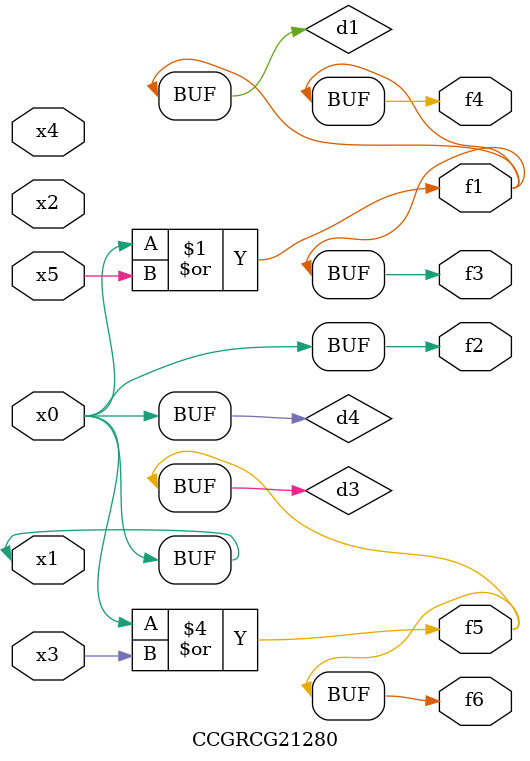
<source format=v>
module CCGRCG21280(
	input x0, x1, x2, x3, x4, x5,
	output f1, f2, f3, f4, f5, f6
);

	wire d1, d2, d3, d4;

	or (d1, x0, x5);
	xnor (d2, x1, x4);
	or (d3, x0, x3);
	buf (d4, x0, x1);
	assign f1 = d1;
	assign f2 = d4;
	assign f3 = d1;
	assign f4 = d1;
	assign f5 = d3;
	assign f6 = d3;
endmodule

</source>
